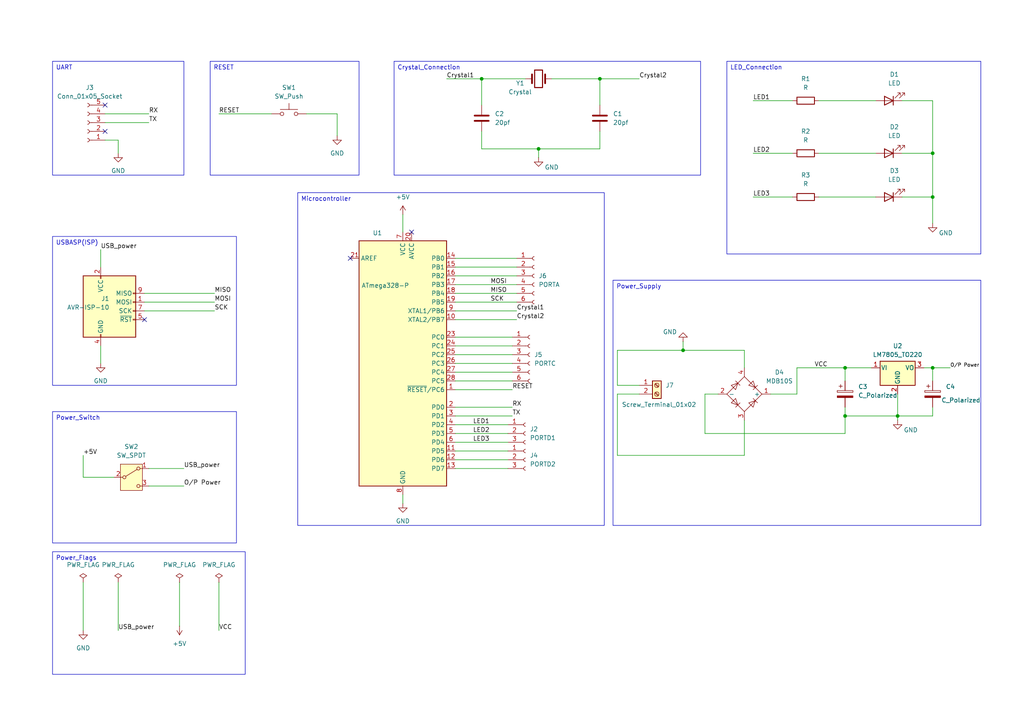
<source format=kicad_sch>
(kicad_sch (version 20231120) (generator "eeschema") (generator_version "8.0")
  (paper "A4")
  (title_block (title "${title}") (date "2025-03-10") (rev "${version}") (company "${author}"))
  (lib_symbols
    (symbol "Connector:AVR-ISP-10" (pin_names (offset 1.016))
      (property "Reference" "J" (at -6.35 11.43 0))
      (property "Value" "AVR-ISP-10" (at 0 11.43 0))
      (symbol "AVR-ISP-10_0_1"
        (rectangle (start -2.667 -6.858) (end -2.413 -7.62))
        (rectangle (start -2.667 10.16) (end -2.413 9.398))
        (rectangle (start 7.62 -2.413) (end 6.858 -2.667))
        (rectangle (start 7.62 0.127) (end 6.858 -0.127))
        (rectangle (start 7.62 2.667) (end 6.858 2.413))
        (rectangle (start 7.62 5.207) (end 6.858 4.953))
        (rectangle (start 7.62 10.16) (end -7.62 -7.62) (stroke (width 0.254)) (fill (type background)))
      )
      (symbol "AVR-ISP-10_1_1"
        (pin passive line (at 10.16 2.54 180) (length 2.54) (name "MOSI") (number "1"))
        (pin passive line (at -2.54 -10.16 90) (length 2.54) hide (name "GND") (number "10"))
        (pin passive line (at -2.54 12.7 270) (length 2.54) (name "VCC") (number "2"))
        (pin no_connect line (at 7.62 -5.08 180) (length 2.54) hide (name "NC") (number "3"))
        (pin passive line (at -2.54 -10.16 90) (length 2.54) (name "GND") (number "4"))
        (pin passive line (at 10.16 -2.54 180) (length 2.54) (name "~{RST}") (number "5"))
        (pin passive line (at -2.54 -10.16 90) (length 2.54) hide (name "GND") (number "6"))
        (pin passive line (at 10.16 0 180) (length 2.54) (name "SCK") (number "7"))
        (pin passive line (at -2.54 -10.16 90) (length 2.54) hide (name "GND") (number "8"))
        (pin passive line (at 10.16 5.08 180) (length 2.54) (name "MISO") (number "9"))
      )
    )
    (symbol "Connector:Conn_01x03_Socket" (pin_names (offset 1.016) hide)
      (property "Reference" "J" (at 0 5.08 0))
      (property "Value" "Conn_01x03_Socket" (at 0 -5.08 0))
      (symbol "Conn_01x03_Socket_1_1"
        (arc (start 0 -2.032) (mid -0.5058 -2.54) (end 0 -3.048) (stroke (width 0.1524)))
        (polyline (pts (xy -1.27 -2.54) (xy -0.508 -2.54)) (stroke (width 0.1524)))
        (polyline (pts (xy -1.27 0) (xy -0.508 0)) (stroke (width 0.1524)))
        (polyline (pts (xy -1.27 2.54) (xy -0.508 2.54)) (stroke (width 0.1524)))
        (arc (start 0 0.508) (mid -0.5058 0) (end 0 -0.508) (stroke (width 0.1524)))
        (arc (start 0 3.048) (mid -0.5058 2.54) (end 0 2.032) (stroke (width 0.1524)))
        (pin passive line (at -5.08 2.54 0) (length 3.81) (name "Pin_1") (number "1"))
        (pin passive line (at -5.08 0 0) (length 3.81) (name "Pin_2") (number "2"))
        (pin passive line (at -5.08 -2.54 0) (length 3.81) (name "Pin_3") (number "3"))
      )
    )
    (symbol "Connector:Conn_01x05_Socket" (pin_names (offset 1.016) hide)
      (property "Reference" "J" (at 0 7.62 0))
      (property "Value" "Conn_01x05_Socket" (at 0 -7.62 0))
      (symbol "Conn_01x05_Socket_1_1"
        (arc (start 0 -4.572) (mid -0.5058 -5.08) (end 0 -5.588) (stroke (width 0.1524)))
        (arc (start 0 -2.032) (mid -0.5058 -2.54) (end 0 -3.048) (stroke (width 0.1524)))
        (polyline (pts (xy -1.27 -5.08) (xy -0.508 -5.08)) (stroke (width 0.1524)))
        (polyline (pts (xy -1.27 -2.54) (xy -0.508 -2.54)) (stroke (width 0.1524)))
        (polyline (pts (xy -1.27 0) (xy -0.508 0)) (stroke (width 0.1524)))
        (polyline (pts (xy -1.27 2.54) (xy -0.508 2.54)) (stroke (width 0.1524)))
        (polyline (pts (xy -1.27 5.08) (xy -0.508 5.08)) (stroke (width 0.1524)))
        (arc (start 0 0.508) (mid -0.5058 0) (end 0 -0.508) (stroke (width 0.1524)))
        (arc (start 0 3.048) (mid -0.5058 2.54) (end 0 2.032) (stroke (width 0.1524)))
        (arc (start 0 5.588) (mid -0.5058 5.08) (end 0 4.572) (stroke (width 0.1524)))
        (pin passive line (at -5.08 5.08 0) (length 3.81) (name "Pin_1") (number "1"))
        (pin passive line (at -5.08 2.54 0) (length 3.81) (name "Pin_2") (number "2"))
        (pin passive line (at -5.08 0 0) (length 3.81) (name "Pin_3") (number "3"))
        (pin passive line (at -5.08 -2.54 0) (length 3.81) (name "Pin_4") (number "4"))
        (pin passive line (at -5.08 -5.08 0) (length 3.81) (name "Pin_5") (number "5"))
      )
    )
    (symbol "Connector:Conn_01x06_Socket" (pin_names (offset 1.016) hide)
      (property "Reference" "J" (at 0 7.62 0))
      (property "Value" "Conn_01x06_Socket" (at 0 -10.16 0))
      (symbol "Conn_01x06_Socket_1_1"
        (arc (start 0 -7.112) (mid -0.5058 -7.62) (end 0 -8.128) (stroke (width 0.1524)))
        (arc (start 0 -4.572) (mid -0.5058 -5.08) (end 0 -5.588) (stroke (width 0.1524)))
        (arc (start 0 -2.032) (mid -0.5058 -2.54) (end 0 -3.048) (stroke (width 0.1524)))
        (polyline (pts (xy -1.27 -7.62) (xy -0.508 -7.62)) (stroke (width 0.1524)))
        (polyline (pts (xy -1.27 -5.08) (xy -0.508 -5.08)) (stroke (width 0.1524)))
        (polyline (pts (xy -1.27 -2.54) (xy -0.508 -2.54)) (stroke (width 0.1524)))
        (polyline (pts (xy -1.27 0) (xy -0.508 0)) (stroke (width 0.1524)))
        (polyline (pts (xy -1.27 2.54) (xy -0.508 2.54)) (stroke (width 0.1524)))
        (polyline (pts (xy -1.27 5.08) (xy -0.508 5.08)) (stroke (width 0.1524)))
        (arc (start 0 0.508) (mid -0.5058 0) (end 0 -0.508) (stroke (width 0.1524)))
        (arc (start 0 3.048) (mid -0.5058 2.54) (end 0 2.032) (stroke (width 0.1524)))
        (arc (start 0 5.588) (mid -0.5058 5.08) (end 0 4.572) (stroke (width 0.1524)))
        (pin passive line (at -5.08 5.08 0) (length 3.81) (name "Pin_1") (number "1"))
        (pin passive line (at -5.08 2.54 0) (length 3.81) (name "Pin_2") (number "2"))
        (pin passive line (at -5.08 0 0) (length 3.81) (name "Pin_3") (number "3"))
        (pin passive line (at -5.08 -2.54 0) (length 3.81) (name "Pin_4") (number "4"))
        (pin passive line (at -5.08 -5.08 0) (length 3.81) (name "Pin_5") (number "5"))
        (pin passive line (at -5.08 -7.62 0) (length 3.81) (name "Pin_6") (number "6"))
      )
    )
    (symbol "Connector:Screw_Terminal_01x02" (pin_names (offset 1.016) hide)
      (property "Reference" "J" (at 0 2.54 0))
      (property "Value" "Screw_Terminal_01x02" (at 0 -5.08 0))
      (symbol "Screw_Terminal_01x02_1_1"
        (rectangle (start -1.27 1.27) (end 1.27 -3.81) (stroke (width 0.254)) (fill (type background)))
        (circle (center 0 -2.54) (radius 0.635) (stroke (width 0.1524)))
        (polyline (pts (xy -0.5334 -2.2098) (xy 0.3302 -3.048)) (stroke (width 0.1524)))
        (polyline (pts (xy -0.5334 0.3302) (xy 0.3302 -0.508)) (stroke (width 0.1524)))
        (polyline (pts (xy -0.3556 -2.032) (xy 0.508 -2.8702)) (stroke (width 0.1524)))
        (polyline (pts (xy -0.3556 0.508) (xy 0.508 -0.3302)) (stroke (width 0.1524)))
        (circle (center 0 0) (radius 0.635) (stroke (width 0.1524)))
        (pin passive line (at -5.08 0 0) (length 3.81) (name "Pin_1") (number "1"))
        (pin passive line (at -5.08 -2.54 0) (length 3.81) (name "Pin_2") (number "2"))
      )
    )
    (symbol "Device:C" (pin_numbers hide) (pin_names (offset 0.254))
      (property "Reference" "C" (at 0.635 2.54 0))
      (property "Value" "C" (at 0.635 -2.54 0))
      (symbol "C_0_1"
        (polyline (pts (xy -2.032 -0.762) (xy 2.032 -0.762)) (stroke (width 0.508)))
        (polyline (pts (xy -2.032 0.762) (xy 2.032 0.762)) (stroke (width 0.508)))
      )
      (symbol "C_1_1"
        (pin passive line (at 0 3.81 270) (length 2.794) (name "~") (number "1"))
        (pin passive line (at 0 -3.81 90) (length 2.794) (name "~") (number "2"))
      )
    )
    (symbol "Device:C_Polarized" (pin_numbers hide) (pin_names (offset 0.254))
      (property "Reference" "C" (at 0.635 2.54 0))
      (property "Value" "C_Polarized" (at 0.635 -2.54 0))
      (symbol "C_Polarized_0_1"
        (rectangle (start -2.286 0.508) (end 2.286 1.016))
        (polyline (pts (xy -1.778 2.286) (xy -0.762 2.286)))
        (polyline (pts (xy -1.27 2.794) (xy -1.27 1.778)))
        (rectangle (start 2.286 -0.508) (end -2.286 -1.016) (fill (type outline)))
      )
      (symbol "C_Polarized_1_1"
        (pin passive line (at 0 3.81 270) (length 2.794) (name "~") (number "1"))
        (pin passive line (at 0 -3.81 90) (length 2.794) (name "~") (number "2"))
      )
    )
    (symbol "Device:Crystal" (pin_numbers hide) (pin_names (offset 1.016) hide)
      (property "Reference" "Y" (at 0 3.81 0))
      (property "Value" "Crystal" (at 0 -3.81 0))
      (symbol "Crystal_0_1"
        (rectangle (start -1.143 2.54) (end 1.143 -2.54) (stroke (width 0.3048)))
        (polyline (pts (xy -2.54 0) (xy -1.905 0)))
        (polyline (pts (xy -1.905 -1.27) (xy -1.905 1.27)) (stroke (width 0.508)))
        (polyline (pts (xy 1.905 -1.27) (xy 1.905 1.27)) (stroke (width 0.508)))
        (polyline (pts (xy 2.54 0) (xy 1.905 0)))
      )
      (symbol "Crystal_1_1"
        (pin passive line (at -3.81 0 0) (length 1.27) (name "1") (number "1"))
        (pin passive line (at 3.81 0 180) (length 1.27) (name "2") (number "2"))
      )
    )
    (symbol "Device:LED" (pin_numbers hide) (pin_names (offset 1.016) hide)
      (property "Reference" "D" (at 0 2.54 0))
      (property "Value" "LED" (at 0 -2.54 0))
      (symbol "LED_0_1"
        (polyline (pts (xy -1.27 -1.27) (xy -1.27 1.27)) (stroke (width 0.254)))
        (polyline (pts (xy -1.27 0) (xy 1.27 0)))
        (polyline (pts (xy 1.27 -1.27) (xy 1.27 1.27) (xy -1.27 0) (xy 1.27 -1.27)) (stroke (width 0.254)))
        (polyline (pts (xy -3.048 -0.762) (xy -4.572 -2.286) (xy -3.81 -2.286) (xy -4.572 -2.286) (xy -4.572 -1.524)))
        (polyline (pts (xy -1.778 -0.762) (xy -3.302 -2.286) (xy -2.54 -2.286) (xy -3.302 -2.286) (xy -3.302 -1.524)))
      )
      (symbol "LED_1_1"
        (pin passive line (at -3.81 0 0) (length 2.54) (name "K") (number "1"))
        (pin passive line (at 3.81 0 180) (length 2.54) (name "A") (number "2"))
      )
    )
    (symbol "Device:R" (pin_numbers hide) (pin_names (offset 0))
      (property "Reference" "R" (at 2.032 0 90))
      (property "Value" "R" (at 0 0 90))
      (symbol "R_0_1"
        (rectangle (start -1.016 -2.54) (end 1.016 2.54) (stroke (width 0.254)))
      )
      (symbol "R_1_1"
        (pin passive line (at 0 3.81 270) (length 1.27) (name "~") (number "1"))
        (pin passive line (at 0 -3.81 90) (length 1.27) (name "~") (number "2"))
      )
    )
    (symbol "Diode_Bridge:MDB10S"
      (property "Reference" "D" (at 3.81 6.35 0))
      (property "Value" "MDB10S" (at 6.35 3.81 0))
      (symbol "MDB10S_1_1"
        (polyline (pts (xy -2.54 3.81) (xy -1.27 2.54)))
        (polyline (pts (xy -1.27 -2.54) (xy -2.54 -3.81)))
        (polyline (pts (xy 2.54 -1.27) (xy 3.81 -2.54)))
        (polyline (pts (xy 2.54 1.27) (xy 3.81 2.54)))
        (polyline (pts (xy -3.81 2.54) (xy -2.54 1.27) (xy -1.905 3.175) (xy -3.81 2.54)))
        (polyline (pts (xy -2.54 -1.27) (xy -3.81 -2.54) (xy -1.905 -3.175) (xy -2.54 -1.27)))
        (polyline (pts (xy 1.27 2.54) (xy 2.54 3.81) (xy 3.175 1.905) (xy 1.27 2.54)))
        (polyline (pts (xy 3.175 -1.905) (xy 1.27 -2.54) (xy 2.54 -3.81) (xy 3.175 -1.905)))
        (polyline (pts (xy -5.08 0) (xy 0 -5.08) (xy 5.08 0) (xy 0 5.08) (xy -5.08 0)))
        (pin passive line (at 7.62 0 180) (length 2.54) (name "+") (number "1"))
        (pin passive line (at -7.62 0 0) (length 2.54) (name "-") (number "2"))
        (pin passive line (at 0 -7.62 90) (length 2.54) (name "~") (number "3"))
        (pin passive line (at 0 7.62 270) (length 2.54) (name "~") (number "4"))
      )
    )
    (symbol "MCU_Microchip_ATmega:ATmega328-P"
      (property "Reference" "U" (at -12.7 36.83 0))
      (property "Value" "ATmega328-P" (at 2.54 -36.83 0))
      (symbol "ATmega328-P_0_1"
        (rectangle (start -12.7 -35.56) (end 12.7 35.56) (stroke (width 0.254)) (fill (type background)))
      )
      (symbol "ATmega328-P_1_1"
        (pin bidirectional line (at 15.24 -7.62 180) (length 2.54) (name "~{RESET}/PC6") (number "1"))
        (pin bidirectional line (at 15.24 12.7 180) (length 2.54) (name "XTAL2/PB7") (number "10"))
        (pin bidirectional line (at 15.24 -25.4 180) (length 2.54) (name "PD5") (number "11"))
        (pin bidirectional line (at 15.24 -27.94 180) (length 2.54) (name "PD6") (number "12"))
        (pin bidirectional line (at 15.24 -30.48 180) (length 2.54) (name "PD7") (number "13"))
        (pin bidirectional line (at 15.24 30.48 180) (length 2.54) (name "PB0") (number "14"))
        (pin bidirectional line (at 15.24 27.94 180) (length 2.54) (name "PB1") (number "15"))
        (pin bidirectional line (at 15.24 25.4 180) (length 2.54) (name "PB2") (number "16"))
        (pin bidirectional line (at 15.24 22.86 180) (length 2.54) (name "PB3") (number "17"))
        (pin bidirectional line (at 15.24 20.32 180) (length 2.54) (name "PB4") (number "18"))
        (pin bidirectional line (at 15.24 17.78 180) (length 2.54) (name "PB5") (number "19"))
        (pin bidirectional line (at 15.24 -12.7 180) (length 2.54) (name "PD0") (number "2"))
        (pin power_in line (at 2.54 38.1 270) (length 2.54) (name "AVCC") (number "20"))
        (pin passive line (at -15.24 30.48 0) (length 2.54) (name "AREF") (number "21"))
        (pin passive line (at 0 -38.1 90) (length 2.54) hide (name "GND") (number "22"))
        (pin bidirectional line (at 15.24 7.62 180) (length 2.54) (name "PC0") (number "23"))
        (pin bidirectional line (at 15.24 5.08 180) (length 2.54) (name "PC1") (number "24"))
        (pin bidirectional line (at 15.24 2.54 180) (length 2.54) (name "PC2") (number "25"))
        (pin bidirectional line (at 15.24 0 180) (length 2.54) (name "PC3") (number "26"))
        (pin bidirectional line (at 15.24 -2.54 180) (length 2.54) (name "PC4") (number "27"))
        (pin bidirectional line (at 15.24 -5.08 180) (length 2.54) (name "PC5") (number "28"))
        (pin bidirectional line (at 15.24 -15.24 180) (length 2.54) (name "PD1") (number "3"))
        (pin bidirectional line (at 15.24 -17.78 180) (length 2.54) (name "PD2") (number "4"))
        (pin bidirectional line (at 15.24 -20.32 180) (length 2.54) (name "PD3") (number "5"))
        (pin bidirectional line (at 15.24 -22.86 180) (length 2.54) (name "PD4") (number "6"))
        (pin power_in line (at 0 38.1 270) (length 2.54) (name "VCC") (number "7"))
        (pin power_in line (at 0 -38.1 90) (length 2.54) (name "GND") (number "8"))
        (pin bidirectional line (at 15.24 15.24 180) (length 2.54) (name "XTAL1/PB6") (number "9"))
      )
    )
    (symbol "Regulator_Linear:LM7805_TO220" (pin_names (offset 0.254))
      (property "Reference" "U" (at -3.81 3.175 0))
      (property "Value" "LM7805_TO220" (at 0 3.175 0))
      (symbol "LM7805_TO220_0_1"
        (rectangle (start -5.08 1.905) (end 5.08 -5.08) (stroke (width 0.254)) (fill (type background)))
      )
      (symbol "LM7805_TO220_1_1"
        (pin power_in line (at -7.62 0 0) (length 2.54) (name "VI") (number "1"))
        (pin power_in line (at 0 -7.62 90) (length 2.54) (name "GND") (number "2"))
        (pin power_out line (at 7.62 0 180) (length 2.54) (name "VO") (number "3"))
      )
    )
    (symbol "Switch:SW_Push" (pin_numbers hide) (pin_names (offset 1.016) hide)
      (property "Reference" "SW" (at 1.27 2.54 0))
      (property "Value" "SW_Push" (at 0 -1.524 0))
      (symbol "SW_Push_0_1"
        (circle (center -2.032 0) (radius 0.508))
        (polyline (pts (xy 0 1.27) (xy 0 3.048)))
        (polyline (pts (xy 2.54 1.27) (xy -2.54 1.27)))
        (circle (center 2.032 0) (radius 0.508))
        (pin passive line (at -5.08 0 0) (length 2.54) (name "1") (number "1"))
        (pin passive line (at 5.08 0 180) (length 2.54) (name "2") (number "2"))
      )
    )
    (symbol "Switch:SW_SPDT" (pin_names (offset 0) hide)
      (property "Reference" "SW" (at 0 5.08 0))
      (property "Value" "SW_SPDT" (at 0 -5.08 0))
      (symbol "SW_SPDT_0_1"
        (circle (center -2.032 0) (radius 0.4572))
        (polyline (pts (xy -1.651 0.254) (xy 1.651 2.286)))
        (circle (center 2.032 -2.54) (radius 0.4572))
        (circle (center 2.032 2.54) (radius 0.4572))
      )
      (symbol "SW_SPDT_1_1"
        (rectangle (start -3.175 3.81) (end 3.175 -3.81) (fill (type background)))
        (pin passive line (at 5.08 2.54 180) (length 2.54) (name "A") (number "1"))
        (pin passive line (at -5.08 0 0) (length 2.54) (name "B") (number "2"))
        (pin passive line (at 5.08 -2.54 180) (length 2.54) (name "C") (number "3"))
      )
    )
    (symbol "power:+5V" (power) (pin_numbers hide) (pin_names (offset 0) hide)
      (property "Value" "+5V" (at 0 3.556 0))
      (symbol "+5V_0_1"
        (polyline (pts (xy -0.762 1.27) (xy 0 2.54)))
        (polyline (pts (xy 0 0) (xy 0 2.54)))
        (polyline (pts (xy 0 2.54) (xy 0.762 1.27)))
      )
      (symbol "+5V_1_1"
        (pin power_in line (at 0 0 90) (length 0) (name "~") (number "1"))
      )
    )
    (symbol "power:GND" (power) (pin_numbers hide) (pin_names (offset 0) hide)
      (property "Value" "GND" (at 0 -3.81 0))
      (symbol "GND_0_1"
        (polyline (pts (xy 0 0) (xy 0 -1.27) (xy 1.27 -1.27) (xy 0 -2.54) (xy -1.27 -1.27) (xy 0 -1.27)))
      )
      (symbol "GND_1_1"
        (pin power_in line (at 0 0 270) (length 0) (name "~") (number "1"))
      )
    )
    (symbol "power:PWR_FLAG" (power) (pin_numbers hide) (pin_names (offset 0) hide)
      (property "Value" "PWR_FLAG" (at 0 3.81 0))
      (symbol "PWR_FLAG_0_0"
        (pin power_out line (at 0 0 90) (length 0) (name "~") (number "1"))
      )
      (symbol "PWR_FLAG_0_1"
        (polyline (pts (xy 0 0) (xy 0 1.27) (xy -1.016 1.905) (xy 0 2.54) (xy 1.016 1.905) (xy 0 1.27)))
      )
    )
  )
  (junction (at 270.51 57.15))
  (junction (at 270.51 44.45))
  (junction (at 270.51 106.68))
  (junction (at 245.11 106.68))
  (junction (at 139.7 22.86))
  (junction (at 156.21 43.18))
  (junction (at 173.99 22.86))
  (junction (at 198.12 101.6))
  (junction (at 245.11 120.65))
  (junction (at 260.35 120.65))
  (no_connect (at 119.38 67.31))
  (no_connect (at 30.48 38.1))
  (no_connect (at 101.6 74.93))
  (no_connect (at 30.48 30.48))
  (no_connect (at 41.91 92.71))
  (wire (pts (xy 245.11 118.11) (xy 245.11 120.65)))
  (wire (pts (xy 132.08 100.33) (xy 148.59 100.33)))
  (wire (pts (xy 218.44 29.21) (xy 229.87 29.21)))
  (wire (pts (xy 132.08 120.65) (xy 148.59 120.65)))
  (wire (pts (xy 270.51 57.15) (xy 270.51 64.77)))
  (wire (pts (xy 223.52 114.3) (xy 231.14 114.3)))
  (wire (pts (xy 245.11 106.68) (xy 252.73 106.68)))
  (wire (pts (xy 231.14 114.3) (xy 231.14 106.68)))
  (wire (pts (xy 139.7 43.18) (xy 139.7 38.1)))
  (wire (pts (xy 270.51 106.68) (xy 275.59 106.68)))
  (wire (pts (xy 129.54 22.86) (xy 139.7 22.86)))
  (wire (pts (xy 270.51 110.49) (xy 270.51 106.68)))
  (wire (pts (xy 245.11 120.65) (xy 260.35 120.65)))
  (wire (pts (xy 204.47 114.3) (xy 204.47 125.73)))
  (wire (pts (xy 132.08 123.19) (xy 147.32 123.19)))
  (wire (pts (xy 231.14 106.68) (xy 245.11 106.68)))
  (wire (pts (xy 132.08 113.03) (xy 148.59 113.03)))
  (wire (pts (xy 132.08 87.63) (xy 149.86 87.63)))
  (wire (pts (xy 237.49 29.21) (xy 254 29.21)))
  (wire (pts (xy 270.51 29.21) (xy 261.62 29.21)))
  (wire (pts (xy 132.08 74.93) (xy 149.86 74.93)))
  (wire (pts (xy 132.08 90.17) (xy 149.86 90.17)))
  (wire (pts (xy 132.08 118.11) (xy 148.59 118.11)))
  (wire (pts (xy 132.08 128.27) (xy 147.32 128.27)))
  (wire (pts (xy 215.9 101.6) (xy 198.12 101.6)))
  (wire (pts (xy 43.18 140.97) (xy 53.34 140.97)))
  (wire (pts (xy 139.7 22.86) (xy 152.4 22.86)))
  (wire (pts (xy 179.07 111.76) (xy 185.42 111.76)))
  (wire (pts (xy 245.11 106.68) (xy 245.11 110.49)))
  (wire (pts (xy 132.08 125.73) (xy 147.32 125.73)))
  (wire (pts (xy 132.08 85.09) (xy 149.86 85.09)))
  (wire (pts (xy 215.9 121.92) (xy 215.9 132.08)))
  (wire (pts (xy 261.62 44.45) (xy 270.51 44.45)))
  (wire (pts (xy 132.08 110.49) (xy 148.59 110.49)))
  (wire (pts (xy 132.08 130.81) (xy 147.32 130.81)))
  (wire (pts (xy 139.7 30.48) (xy 139.7 22.86)))
  (wire (pts (xy 270.51 44.45) (xy 270.51 29.21)))
  (wire (pts (xy 215.9 106.68) (xy 215.9 101.6)))
  (wire (pts (xy 30.48 40.64) (xy 34.29 40.64)))
  (wire (pts (xy 173.99 22.86) (xy 185.42 22.86)))
  (wire (pts (xy 218.44 44.45) (xy 229.87 44.45)))
  (wire (pts (xy 267.97 106.68) (xy 270.51 106.68)))
  (wire (pts (xy 260.35 120.65) (xy 260.35 121.92)))
  (wire (pts (xy 30.48 35.56) (xy 43.18 35.56)))
  (wire (pts (xy 41.91 85.09) (xy 62.23 85.09)))
  (wire (pts (xy 34.29 40.64) (xy 34.29 44.45)))
  (wire (pts (xy 179.07 114.3) (xy 185.42 114.3)))
  (wire (pts (xy 218.44 57.15) (xy 229.87 57.15)))
  (wire (pts (xy 24.13 132.08) (xy 24.13 138.43)))
  (wire (pts (xy 41.91 90.17) (xy 62.23 90.17)))
  (wire (pts (xy 237.49 57.15) (xy 254 57.15)))
  (wire (pts (xy 63.5 168.91) (xy 63.5 182.88)))
  (wire (pts (xy 156.21 43.18) (xy 139.7 43.18)))
  (wire (pts (xy 63.5 33.02) (xy 78.74 33.02)))
  (wire (pts (xy 208.28 114.3) (xy 204.47 114.3)))
  (wire (pts (xy 132.08 97.79) (xy 148.59 97.79)))
  (wire (pts (xy 132.08 135.89) (xy 147.32 135.89)))
  (wire (pts (xy 29.21 72.39) (xy 29.21 77.47)))
  (wire (pts (xy 156.21 45.72) (xy 156.21 43.18)))
  (wire (pts (xy 215.9 132.08) (xy 179.07 132.08)))
  (wire (pts (xy 204.47 125.73) (xy 245.11 125.73)))
  (wire (pts (xy 198.12 99.06) (xy 198.12 101.6)))
  (wire (pts (xy 132.08 107.95) (xy 148.59 107.95)))
  (wire (pts (xy 52.07 168.91) (xy 52.07 181.61)))
  (wire (pts (xy 173.99 30.48) (xy 173.99 22.86)))
  (wire (pts (xy 132.08 102.87) (xy 148.59 102.87)))
  (wire (pts (xy 116.84 143.51) (xy 116.84 146.05)))
  (wire (pts (xy 41.91 87.63) (xy 62.23 87.63)))
  (wire (pts (xy 179.07 132.08) (xy 179.07 114.3)))
  (wire (pts (xy 97.79 33.02) (xy 88.9 33.02)))
  (wire (pts (xy 132.08 80.01) (xy 149.86 80.01)))
  (wire (pts (xy 116.84 62.23) (xy 116.84 67.31)))
  (wire (pts (xy 29.21 100.33) (xy 29.21 105.41)))
  (wire (pts (xy 179.07 101.6) (xy 179.07 111.76)))
  (wire (pts (xy 43.18 135.89) (xy 53.34 135.89)))
  (wire (pts (xy 260.35 120.65) (xy 270.51 120.65)))
  (wire (pts (xy 270.51 57.15) (xy 270.51 44.45)))
  (wire (pts (xy 97.79 39.37) (xy 97.79 33.02)))
  (wire (pts (xy 33.02 138.43) (xy 24.13 138.43)))
  (wire (pts (xy 30.48 33.02) (xy 43.18 33.02)))
  (wire (pts (xy 270.51 118.11) (xy 270.51 120.65)))
  (wire (pts (xy 132.08 82.55) (xy 149.86 82.55)))
  (wire (pts (xy 132.08 105.41) (xy 148.59 105.41)))
  (wire (pts (xy 132.08 77.47) (xy 149.86 77.47)))
  (wire (pts (xy 261.62 57.15) (xy 270.51 57.15)))
  (wire (pts (xy 132.08 92.71) (xy 149.86 92.71)))
  (wire (pts (xy 34.29 168.91) (xy 34.29 182.88)))
  (wire (pts (xy 173.99 22.86) (xy 160.02 22.86)))
  (wire (pts (xy 24.13 168.91) (xy 24.13 182.88)))
  (wire (pts (xy 173.99 43.18) (xy 156.21 43.18)))
  (wire (pts (xy 198.12 101.6) (xy 179.07 101.6)))
  (wire (pts (xy 173.99 38.1) (xy 173.99 43.18)))
  (wire (pts (xy 132.08 133.35) (xy 147.32 133.35)))
  (wire (pts (xy 245.11 125.73) (xy 245.11 120.65)))
  (wire (pts (xy 260.35 114.3) (xy 260.35 120.65)))
  (wire (pts (xy 237.49 44.45) (xy 254 44.45)))
  (text_box "Power_Switch" (at 15.24 119.38 0) (size 53.34 38.1) (effects (font (size 1.27 1.27)) (justify left top)))
  (text_box "RESET" (at 60.96 17.78 0) (size 43.18 33.02) (effects (font (size 1.27 1.27)) (justify left top)))
  (text_box "Power_Flags" (at 15.24 160.02 0) (size 55.88 35.56) (effects (font (size 1.27 1.27)) (justify left top)))
  (text_box "LED_Connection" (at 210.82 17.78 0) (size 73.66 55.88) (effects (font (size 1.27 1.27)) (justify left top)))
  (text_box "USBASP(ISP)" (at 15.24 68.58 0) (size 53.34 43.18) (effects (font (size 1.27 1.27)) (justify left top)))
  (text_box "Power_Supply" (at 177.8 81.28 0) (size 106.68 71.12) (effects (font (size 1.27 1.27)) (justify left top)))
  (text_box "Microcontroller" (at 86.36 55.88 0) (size 88.9 96.52) (effects (font (size 1.27 1.27)) (justify left top)))
  (text_box "UART" (at 15.24 17.78 0) (size 38.1 33.02) (effects (font (size 1.27 1.27)) (justify left top)))
  (text_box "Crystal_Connection" (at 114.3 17.78 0) (size 88.9 33.02) (effects (font (size 1.27 1.27)) (justify left top)))
  (label "TX" (at 148.59 120.65 0))
  (label "USB_power" (at 34.29 182.88 0))
  (label "MOSI" (at 142.24 82.55 0))
  (label "VCC" (at 63.5 182.88 0))
  (label "RX" (at 43.18 33.02 0))
  (label "RX" (at 148.59 118.11 0))
  (label "RESET" (at 148.59 113.03 0))
  (label "USB_power" (at 53.34 135.89 0))
  (label "RESET" (at 63.5 33.02 0))
  (label "MISO" (at 142.24 85.09 0))
  (label "O{slash}P Power" (at 53.34 140.97 0))
  (label "LED2" (at 218.44 44.45 0))
  (label "LED3" (at 218.44 57.15 0))
  (label "Crystal1" (at 149.86 90.17 0))
  (label "VCC" (at 236.22 106.68 0))
  (label "Crystal2" (at 185.42 22.86 0))
  (label "LED3" (at 137.16 128.27 0))
  (label "+5V" (at 24.13 132.08 0))
  (label "O{slash}P Power" (at 275.59 106.68 0) (effects (font (size 1 1))))
  (label "Crystal2" (at 149.86 92.71 0))
  (label "MOSI" (at 62.23 87.63 0))
  (label "LED2" (at 137.16 125.73 0))
  (label "TX" (at 43.18 35.56 0))
  (label "LED1" (at 137.16 123.19 0))
  (label "SCK" (at 142.24 87.63 0))
  (label "SCK" (at 62.23 90.17 0))
  (label "MISO" (at 62.23 85.09 0))
  (label "Crystal1" (at 129.54 22.86 0))
  (label "LED1" (at 218.44 29.21 0))
  (label "USB_power" (at 29.21 72.39 0))
  (symbol (lib_id "power:GND") (at 97.79 39.37 0) (unit 1)
    (property "Reference" "#PWR03" (effects (hide yes)))
    (property "Value" "GND" (at 97.79 44.45 0))
    (property "Description" "Power symbol creates a global label with name \"GND\" , ground" (effects (hide yes)))
  )
  (symbol (lib_id "Device:R") (at 233.68 44.45 270) (unit 1)
    (property "Reference" "R2" (at 233.68 38.1 90))
    (property "Value" "R" (at 233.68 40.64 90))
    (property "Footprint" "Resistor_THT:R_Axial_DIN0204_L3.6mm_D1.6mm_P5.08mm_Horizontal" (effects (hide yes)))
    (property "Description" "Resistor" (effects (hide yes)))
  )
  (symbol (lib_id "power:GND") (at 34.29 44.45 0) (unit 1)
    (property "Reference" "#PWR02" (effects (hide yes)))
    (property "Value" "GND" (at 34.29 49.53 0))
    (property "Description" "Power symbol creates a global label with name \"GND\" , ground" (effects (hide yes)))
  )
  (symbol (lib_id "power:GND") (at 270.51 64.77 0) (unit 1)
    (property "Reference" "#PWR07" (effects (hide yes)))
    (property "Value" "GND" (at 274.32 67.564 0))
    (property "Description" "Power symbol creates a global label with name \"GND\" , ground" (effects (hide yes)))
  )
  (symbol (lib_id "power:+5V") (at 116.84 62.23 0) (unit 1)
    (property "Reference" "#PWR01" (effects (hide yes)))
    (property "Value" "+5V" (at 116.84 57.15 0))
    (property "Description" "Power symbol creates a global label with name \"+5V\"" (effects (hide yes)))
  )
  (symbol (lib_id "Device:R") (at 233.68 29.21 270) (unit 1)
    (property "Reference" "R1" (at 233.68 22.86 90))
    (property "Value" "R" (at 233.68 25.4 90))
    (property "Footprint" "Resistor_THT:R_Axial_DIN0204_L3.6mm_D1.6mm_P5.08mm_Horizontal" (effects (hide yes)))
    (property "Description" "Resistor" (effects (hide yes)))
  )
  (symbol (lib_id "power:GND") (at 24.13 182.88 0) (unit 1)
    (property "Reference" "#PWR010" (effects (hide yes)))
    (property "Value" "GND" (at 24.13 187.96 0))
    (property "Description" "Power symbol creates a global label with name \"GND\" , ground" (effects (hide yes)))
  )
  (symbol (lib_id "power:PWR_FLAG") (at 34.29 168.91 0) (unit 1)
    (property "Reference" "#FLG04" (effects (hide yes)))
    (property "Value" "PWR_FLAG" (at 34.29 163.83 0))
    (property "Description" "Special symbol for telling ERC where power comes from" (effects (hide yes)))
  )
  (symbol (lib_id "MCU_Microchip_ATmega:ATmega328-P") (at 116.84 105.41 0) (unit 1)
    (property "Reference" "U1" (at 109.474 67.564 0))
    (property "Value" "ATmega328-P" (at 111.76 82.804 0))
    (property "Footprint" "Package_DIP:DIP-28_W7.62mm" (effects (hide yes)))
    (property "Datasheet" "http://ww1.microchip.com/downloads/en/DeviceDoc/ATmega328_P%20AVR%20MCU%20with%20picoPower%20Technology%20Data%20Sheet%2040001984A.pdf" (effects (hide yes)))
    (property "Description" "20MHz, 32kB Flash, 2kB SRAM, 1kB EEPROM, DIP-28" (effects (hide yes)))
  )
  (symbol (lib_id "power:GND") (at 260.35 121.92 0) (unit 1)
    (property "Reference" "#PWR08" (effects (hide yes)))
    (property "Value" "GND" (at 264.16 124.714 0))
    (property "Description" "Power symbol creates a global label with name \"GND\" , ground" (effects (hide yes)))
  )
  (symbol (lib_id "Connector:AVR-ISP-10") (at 31.75 90.17 0) (unit 1)
    (property "Reference" "J1" (at 31.75 86.614 0) (effects (justify right)))
    (property "Value" "AVR-ISP-10" (at 31.75 89.154 0) (effects (justify right)))
    (property "Footprint" "Connector_IDC:IDC-Header_2x05_P2.54mm_Horizontal" (effects (hide yes)))
    (property "Description" "Atmel 10-pin ISP connector" (effects (hide yes)))
  )
  (symbol (lib_id "power:PWR_FLAG") (at 63.5 168.91 0) (unit 1)
    (property "Reference" "#FLG05" (effects (hide yes)))
    (property "Value" "PWR_FLAG" (at 63.5 163.83 0))
    (property "Description" "Special symbol for telling ERC where power comes from" (effects (hide yes)))
  )
  (symbol (lib_id "Connector:Conn_01x06_Socket") (at 153.67 102.87 0) (unit 1)
    (property "Reference" "J5" (at 154.94 102.8699 0) (effects (justify left)))
    (property "Value" "PORTC" (at 154.94 105.4099 0) (effects (justify left)))
    (property "Footprint" "Connector_PinSocket_1.00mm:PinSocket_1x06_P1.00mm_Vertical" (effects (hide yes)))
    (property "Description" "Generic connector, single row, 01x06, script generated" (effects (hide yes)))
  )
  (symbol (lib_id "Connector:Conn_01x05_Socket") (at 25.4 35.56 180) (unit 1)
    (property "Reference" "J3" (at 26.035 25.4 0))
    (property "Value" "Conn_01x05_Socket" (at 26.035 27.94 0))
    (property "Footprint" "Connector_PinSocket_1.00mm:PinSocket_1x05_P1.00mm_Vertical" (effects (hide yes)))
    (property "Description" "Generic connector, single row, 01x05, script generated" (effects (hide yes)))
  )
  (symbol (lib_id "Device:LED") (at 257.81 57.15 180) (unit 1)
    (property "Reference" "D3" (at 259.3975 49.53 0))
    (property "Value" "LED" (at 259.3975 52.07 0))
    (property "Footprint" "LED_THT:LED_D8.0mm" (effects (hide yes)))
    (property "Description" "Light emitting diode" (effects (hide yes)))
  )
  (symbol (lib_id "Device:C_Polarized") (at 245.11 114.3 0) (unit 1)
    (property "Reference" "C3" (at 248.92 112.1409 0) (effects (justify left)))
    (property "Value" "C_Polarized" (at 248.92 114.6809 0) (effects (justify left)))
    (property "Footprint" "Capacitor_THT:CP_Axial_L10.0mm_D4.5mm_P15.00mm_Horizontal" (effects (hide yes)))
    (property "Description" "Polarized capacitor" (effects (hide yes)))
  )
  (symbol (lib_id "Device:LED") (at 257.81 44.45 180) (unit 1)
    (property "Reference" "D2" (at 259.3975 36.83 0))
    (property "Value" "LED" (at 259.3975 39.37 0))
    (property "Footprint" "LED_THT:LED_D8.0mm" (effects (hide yes)))
    (property "Description" "Light emitting diode" (effects (hide yes)))
  )
  (symbol (lib_id "Connector:Conn_01x03_Socket") (at 152.4 125.73 0) (unit 1)
    (property "Reference" "J2" (at 153.67 124.4599 0) (effects (justify left)))
    (property "Value" "PORTD1" (at 153.67 126.9999 0) (effects (justify left)))
    (property "Footprint" "Connector_PinSocket_1.00mm:PinSocket_1x03_P1.00mm_Vertical" (effects (hide yes)))
    (property "Description" "Generic connector, single row, 01x03, script generated" (effects (hide yes)))
  )
  (symbol (lib_id "power:PWR_FLAG") (at 52.07 168.91 0) (unit 1)
    (property "Reference" "#FLG02" (effects (hide yes)))
    (property "Value" "PWR_FLAG" (at 52.07 163.83 0))
    (property "Description" "Special symbol for telling ERC where power comes from" (effects (hide yes)))
  )
  (symbol (lib_id "Switch:SW_Push") (at 83.82 33.02 0) (unit 1)
    (property "Reference" "SW1" (at 83.82 25.4 0))
    (property "Value" "SW_Push" (at 83.82 27.94 0))
    (property "Footprint" "Button_Switch_THT:SW_PUSH_6mm_H4.3mm" (effects (hide yes)))
    (property "Description" "Push button switch, generic, two pins" (effects (hide yes)))
  )
  (symbol (lib_id "Device:C") (at 173.99 34.29 0) (unit 1)
    (property "Reference" "C1" (at 177.8 33.0199 0) (effects (justify left)))
    (property "Value" "20pf" (at 177.8 35.5599 0) (effects (justify left)))
    (property "Footprint" "Capacitor_THT:C_Disc_D3.0mm_W1.6mm_P2.50mm" (effects (hide yes)))
    (property "Description" "Unpolarized capacitor" (effects (hide yes)))
  )
  (symbol (lib_id "Diode_Bridge:MDB10S") (at 215.9 114.3 0) (unit 1)
    (property "Reference" "D4" (at 226.06 107.9814 0))
    (property "Value" "MDB10S" (at 226.06 110.5214 0))
    (property "Footprint" "Package_SO:TSSOP-4_4.4x5mm_P4mm" (effects (hide yes)))
    (property "Datasheet" "https://www.onsemi.com/pub/Collateral/MDB8S-D.PDF" (effects (hide yes)))
    (property "Description" "Single-Phase Bridge Rectifier, 700V Vrms, 1A If, TSSOP-4" (effects (hide yes)))
  )
  (symbol (lib_id "power:GND") (at 198.12 99.06 180) (unit 1)
    (property "Reference" "#PWR09" (effects (hide yes)))
    (property "Value" "GND" (at 194.31 96.266 0))
    (property "Description" "Power symbol creates a global label with name \"GND\" , ground" (effects (hide yes)))
  )
  (symbol (lib_id "Regulator_Linear:LM7805_TO220") (at 260.35 106.68 0) (unit 1)
    (property "Reference" "U2" (at 260.35 100.33 0))
    (property "Value" "LM7805_TO220" (at 260.35 102.87 0))
    (property "Footprint" "Package_TO_SOT_THT:TO-220-3_Vertical" (effects (hide yes)))
    (property "Datasheet" "https://www.onsemi.cn/PowerSolutions/document/MC7800-D.PDF" (effects (hide yes)))
    (property "Description" "Positive 1A 35V Linear Regulator, Fixed Output 5V, TO-220" (effects (hide yes)))
  )
  (symbol (lib_id "Switch:SW_SPDT") (at 38.1 138.43 0) (unit 1)
    (property "Reference" "SW2" (at 38.1 129.54 0))
    (property "Value" "SW_SPDT" (at 38.1 132.08 0))
    (property "Footprint" "SPDT_snapeda:SW_MINI-SPDT-SW" (effects (hide yes)))
    (property "Description" "Switch, single pole double throw" (effects (hide yes)))
  )
  (symbol (lib_id "Connector:Screw_Terminal_01x02") (at 190.5 111.76 0) (unit 1)
    (property "Reference" "J7" (at 193.04 111.7599 0) (effects (justify left)))
    (property "Value" "Screw_Terminal_01x02" (at 180.34 117.348 0) (effects (justify left)))
    (property "Footprint" "TerminalBlock_Phoenix:TerminalBlock_Phoenix_MKDS-3-2-5.08_1x02_P5.08mm_Horizontal" (effects (hide yes)))
    (property "Description" "Generic screw terminal, single row, 01x02, script generated (kicad-library-utils/schlib/autogen/connector/)" (effects (hide yes)))
  )
  (symbol (lib_id "Connector:Conn_01x06_Socket") (at 154.94 80.01 0) (unit 1)
    (property "Reference" "J6" (at 156.21 80.0099 0) (effects (justify left)))
    (property "Value" "PORTA" (at 156.21 82.5499 0) (effects (justify left)))
    (property "Footprint" "Connector_PinSocket_1.00mm:PinSocket_1x06_P1.00mm_Vertical" (effects (hide yes)))
    (property "Description" "Generic connector, single row, 01x06, script generated" (effects (hide yes)))
  )
  (symbol (lib_id "power:GND") (at 116.84 146.05 0) (unit 1)
    (property "Reference" "#PWR05" (effects (hide yes)))
    (property "Value" "GND" (at 116.84 151.13 0))
    (property "Description" "Power symbol creates a global label with name \"GND\" , ground" (effects (hide yes)))
  )
  (symbol (lib_id "power:GND") (at 156.21 45.72 0) (unit 1)
    (property "Reference" "#PWR04" (effects (hide yes)))
    (property "Value" "GND" (at 160.02 48.514 0))
    (property "Description" "Power symbol creates a global label with name \"GND\" , ground" (effects (hide yes)))
  )
  (symbol (lib_id "power:PWR_FLAG") (at 24.13 168.91 0) (unit 1)
    (property "Reference" "#FLG01" (effects (hide yes)))
    (property "Value" "PWR_FLAG" (at 24.13 163.83 0))
    (property "Description" "Special symbol for telling ERC where power comes from" (effects (hide yes)))
  )
  (symbol (lib_id "Device:C") (at 139.7 34.29 0) (unit 1)
    (property "Reference" "C2" (at 143.51 33.0199 0) (effects (justify left)))
    (property "Value" "20pf" (at 143.51 35.5599 0) (effects (justify left)))
    (property "Footprint" "Capacitor_THT:C_Disc_D3.0mm_W1.6mm_P2.50mm" (effects (hide yes)))
    (property "Description" "Unpolarized capacitor" (effects (hide yes)))
  )
  (symbol (lib_id "Device:LED") (at 257.81 29.21 180) (unit 1)
    (property "Reference" "D1" (at 259.3975 21.59 0))
    (property "Value" "LED" (at 259.3975 24.13 0))
    (property "Footprint" "LED_THT:LED_D8.0mm" (effects (hide yes)))
    (property "Description" "Light emitting diode" (effects (hide yes)))
  )
  (symbol (lib_id "Connector:Conn_01x03_Socket") (at 152.4 133.35 0) (unit 1)
    (property "Reference" "J4" (at 153.67 132.0799 0) (effects (justify left)))
    (property "Value" "PORTD2" (at 153.67 134.6199 0) (effects (justify left)))
    (property "Footprint" "Connector_PinSocket_1.00mm:PinSocket_1x03_P1.00mm_Vertical" (effects (hide yes)))
    (property "Description" "Generic connector, single row, 01x03, script generated" (effects (hide yes)))
  )
  (symbol (lib_id "power:+5V") (at 52.07 181.61 180) (unit 1)
    (property "Reference" "#PWR011" (effects (hide yes)))
    (property "Value" "+5V" (at 52.07 186.69 0))
    (property "Description" "Power symbol creates a global label with name \"+5V\"" (effects (hide yes)))
  )
  (symbol (lib_id "Device:Crystal") (at 156.21 22.86 0) (unit 1)
    (property "Reference" "Y1" (at 150.876 24.13 0))
    (property "Value" "Crystal" (at 150.876 26.67 0))
    (property "Footprint" "Crystal:Crystal_HC49-4H_Vertical" (effects (hide yes)))
    (property "Description" "Two pin crystal" (effects (hide yes)))
  )
  (symbol (lib_id "Device:R") (at 233.68 57.15 270) (unit 1)
    (property "Reference" "R3" (at 233.68 50.8 90))
    (property "Value" "R" (at 233.68 53.34 90))
    (property "Footprint" "Resistor_THT:R_Axial_DIN0204_L3.6mm_D1.6mm_P5.08mm_Horizontal" (effects (hide yes)))
    (property "Description" "Resistor" (effects (hide yes)))
  )
  (symbol (lib_id "power:GND") (at 29.21 105.41 0) (unit 1)
    (property "Reference" "#PWR06" (effects (hide yes)))
    (property "Value" "GND" (at 29.21 110.49 0))
    (property "Description" "Power symbol creates a global label with name \"GND\" , ground" (effects (hide yes)))
  )
  (symbol (lib_id "Device:C_Polarized") (at 270.51 114.3 0) (unit 1)
    (property "Reference" "C4" (at 274.32 112.1409 0) (effects (justify left)))
    (property "Value" "C_Polarized" (at 273.05 116.078 0) (effects (justify left)))
    (property "Footprint" "Capacitor_THT:CP_Axial_L10.0mm_D4.5mm_P15.00mm_Horizontal" (effects (hide yes)))
    (property "Description" "Polarized capacitor" (effects (hide yes)))
  )
)
</source>
